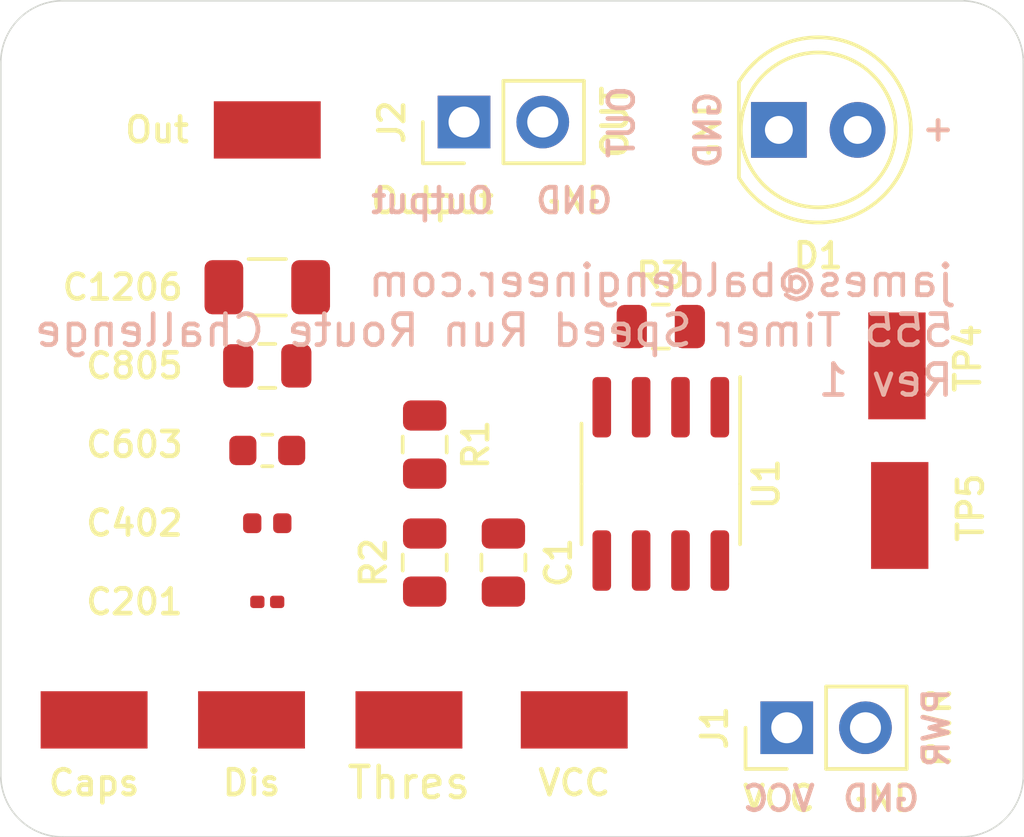
<source format=kicad_pcb>
(kicad_pcb (version 20171130) (host pcbnew "(5.1.6)-1")

  (general
    (thickness 1.6)
    (drawings 23)
    (tracks 0)
    (zones 0)
    (modules 20)
    (nets 9)
  )

  (page A4)
  (layers
    (0 F.Cu signal)
    (31 B.Cu signal)
    (32 B.Adhes user)
    (33 F.Adhes user)
    (34 B.Paste user hide)
    (35 F.Paste user hide)
    (36 B.SilkS user hide)
    (37 F.SilkS user)
    (38 B.Mask user hide)
    (39 F.Mask user hide)
    (40 Dwgs.User user)
    (41 Cmts.User user)
    (42 Eco1.User user)
    (43 Eco2.User user)
    (44 Edge.Cuts user)
    (45 Margin user)
    (46 B.CrtYd user)
    (47 F.CrtYd user hide)
    (48 B.Fab user)
    (49 F.Fab user hide)
  )

  (setup
    (last_trace_width 0.2032)
    (trace_clearance 0.1524)
    (zone_clearance 0.508)
    (zone_45_only no)
    (trace_min 0.2)
    (via_size 0.8)
    (via_drill 0.4)
    (via_min_size 0.4)
    (via_min_drill 0.3)
    (uvia_size 0.3)
    (uvia_drill 0.1)
    (uvias_allowed no)
    (uvia_min_size 0.2)
    (uvia_min_drill 0.1)
    (edge_width 0.05)
    (segment_width 0.2)
    (pcb_text_width 0.3)
    (pcb_text_size 1.5 1.5)
    (mod_edge_width 0.12)
    (mod_text_size 1 1)
    (mod_text_width 0.15)
    (pad_size 1.524 1.524)
    (pad_drill 0.762)
    (pad_to_mask_clearance 0.05)
    (solder_mask_min_width 0.01)
    (aux_axis_origin 0 0)
    (visible_elements 7FFFFFFF)
    (pcbplotparams
      (layerselection 0x010fc_ffffffff)
      (usegerberextensions false)
      (usegerberattributes true)
      (usegerberadvancedattributes true)
      (creategerberjobfile true)
      (excludeedgelayer true)
      (linewidth 0.100000)
      (plotframeref false)
      (viasonmask false)
      (mode 1)
      (useauxorigin false)
      (hpglpennumber 1)
      (hpglpenspeed 20)
      (hpglpendiameter 15.000000)
      (psnegative false)
      (psa4output false)
      (plotreference true)
      (plotvalue true)
      (plotinvisibletext false)
      (padsonsilk false)
      (subtractmaskfromsilk false)
      (outputformat 1)
      (mirror false)
      (drillshape 0)
      (scaleselection 1)
      (outputdirectory "C:/Users/balde/Dropbox/Projects/Element14/e14 Presents/05 - Workbench Wednesday/33 - Design with MLCCs/05 - Misc/555-Cap-Demo-Board/Gerber/"))
  )

  (net 0 "")
  (net 1 GND)
  (net 2 "Net-(C1-Pad1)")
  (net 3 "Net-(C1206-Pad1)")
  (net 4 VCC)
  (net 5 /Output)
  (net 6 "Net-(R1-Pad2)")
  (net 7 "Net-(TP7-Pad1)")
  (net 8 "Net-(D1-Pad2)")

  (net_class Default "This is the default net class."
    (clearance 0.1524)
    (trace_width 0.2032)
    (via_dia 0.8)
    (via_drill 0.4)
    (uvia_dia 0.3)
    (uvia_drill 0.1)
    (add_net /Output)
    (add_net GND)
    (add_net "Net-(C1-Pad1)")
    (add_net "Net-(C1206-Pad1)")
    (add_net "Net-(D1-Pad2)")
    (add_net "Net-(R1-Pad2)")
    (add_net "Net-(TP7-Pad1)")
    (add_net VCC)
  )

  (module "My Libraries:Harwin-S1751-46-Test Point" locked (layer F.Cu) (tedit 5F627A9D) (tstamp 5F62CBCE)
    (at 121.92 97.79 90)
    (path /5F663702)
    (fp_text reference TP4 (at 0.254 2.286 90) (layer F.SilkS)
      (effects (font (size 0.8 0.8) (thickness 0.15)))
    )
    (fp_text value TestGND (at 0 -1.778 90) (layer F.Fab)
      (effects (font (size 0.8 0.8) (thickness 0.15)))
    )
    (pad 1 smd rect (at 0 0 90) (size 3.45 1.85) (layers F.Cu F.Paste F.Mask)
      (net 1 GND))
  )

  (module "My Libraries:Harwin-S1751-46-Test Point" locked (layer F.Cu) (tedit 5F627A9D) (tstamp 5F62E74D)
    (at 106.172 109.22)
    (path /5F6863BA)
    (fp_text reference TP7 (at 0.254 2.286) (layer F.SilkS) hide
      (effects (font (size 1 1) (thickness 0.15)))
    )
    (fp_text value Thres (at 0 2.032) (layer F.SilkS)
      (effects (font (size 1 1) (thickness 0.15)))
    )
    (pad 1 smd rect (at 0 0) (size 3.45 1.85) (layers F.Cu F.Paste F.Mask)
      (net 7 "Net-(TP7-Pad1)"))
  )

  (module Package_SO:SOIC-8_3.9x4.9mm_P1.27mm locked (layer F.Cu) (tedit 5D9F72B1) (tstamp 5F62CE69)
    (at 114.3 101.6 270)
    (descr "SOIC, 8 Pin (JEDEC MS-012AA, https://www.analog.com/media/en/package-pcb-resources/package/pkg_pdf/soic_narrow-r/r_8.pdf), generated with kicad-footprint-generator ipc_gullwing_generator.py")
    (tags "SOIC SO")
    (path /5F62AA38)
    (attr smd)
    (fp_text reference U1 (at 0 -3.4 90) (layer F.SilkS)
      (effects (font (size 0.8 0.8) (thickness 0.15)))
    )
    (fp_text value bald_LM555xM (at 0 3.4 90) (layer F.Fab)
      (effects (font (size 0.8 0.8) (thickness 0.15)))
    )
    (fp_line (start 0 2.56) (end 1.95 2.56) (layer F.SilkS) (width 0.12))
    (fp_line (start 0 2.56) (end -1.95 2.56) (layer F.SilkS) (width 0.12))
    (fp_line (start 0 -2.56) (end 1.95 -2.56) (layer F.SilkS) (width 0.12))
    (fp_line (start 0 -2.56) (end -3.45 -2.56) (layer F.SilkS) (width 0.12))
    (fp_line (start -0.975 -2.45) (end 1.95 -2.45) (layer F.Fab) (width 0.1))
    (fp_line (start 1.95 -2.45) (end 1.95 2.45) (layer F.Fab) (width 0.1))
    (fp_line (start 1.95 2.45) (end -1.95 2.45) (layer F.Fab) (width 0.1))
    (fp_line (start -1.95 2.45) (end -1.95 -1.475) (layer F.Fab) (width 0.1))
    (fp_line (start -1.95 -1.475) (end -0.975 -2.45) (layer F.Fab) (width 0.1))
    (fp_line (start -3.7 -2.7) (end -3.7 2.7) (layer F.CrtYd) (width 0.05))
    (fp_line (start -3.7 2.7) (end 3.7 2.7) (layer F.CrtYd) (width 0.05))
    (fp_line (start 3.7 2.7) (end 3.7 -2.7) (layer F.CrtYd) (width 0.05))
    (fp_line (start 3.7 -2.7) (end -3.7 -2.7) (layer F.CrtYd) (width 0.05))
    (fp_text user %R (at 0 0 90) (layer F.Fab)
      (effects (font (size 0.8 0.8) (thickness 0.15)))
    )
    (pad 8 smd roundrect (at 2.475 -1.905 270) (size 1.95 0.6) (layers F.Cu F.Paste F.Mask) (roundrect_rratio 0.25)
      (net 4 VCC))
    (pad 7 smd roundrect (at 2.475 -0.635 270) (size 1.95 0.6) (layers F.Cu F.Paste F.Mask) (roundrect_rratio 0.25)
      (net 6 "Net-(R1-Pad2)"))
    (pad 6 smd roundrect (at 2.475 0.635 270) (size 1.95 0.6) (layers F.Cu F.Paste F.Mask) (roundrect_rratio 0.25)
      (net 7 "Net-(TP7-Pad1)"))
    (pad 5 smd roundrect (at 2.475 1.905 270) (size 1.95 0.6) (layers F.Cu F.Paste F.Mask) (roundrect_rratio 0.25)
      (net 2 "Net-(C1-Pad1)"))
    (pad 4 smd roundrect (at -2.475 1.905 270) (size 1.95 0.6) (layers F.Cu F.Paste F.Mask) (roundrect_rratio 0.25)
      (net 4 VCC))
    (pad 3 smd roundrect (at -2.475 0.635 270) (size 1.95 0.6) (layers F.Cu F.Paste F.Mask) (roundrect_rratio 0.25)
      (net 5 /Output))
    (pad 2 smd roundrect (at -2.475 -0.635 270) (size 1.95 0.6) (layers F.Cu F.Paste F.Mask) (roundrect_rratio 0.25)
      (net 7 "Net-(TP7-Pad1)"))
    (pad 1 smd roundrect (at -2.475 -1.905 270) (size 1.95 0.6) (layers F.Cu F.Paste F.Mask) (roundrect_rratio 0.25)
      (net 1 GND))
    (model ${KISYS3DMOD}/Package_SO.3dshapes/SOIC-8_3.9x4.9mm_P1.27mm.wrl
      (at (xyz 0 0 0))
      (scale (xyz 1 1 1))
      (rotate (xyz 0 0 0))
    )
  )

  (module "My Libraries:Harwin-S1751-46-Test Point" locked (layer F.Cu) (tedit 5F627A9D) (tstamp 5F62E31C)
    (at 111.506 109.22)
    (path /5F66A8EE)
    (fp_text reference TP6 (at 3.81 0) (layer F.SilkS) hide
      (effects (font (size 0.8 0.8) (thickness 0.15)))
    )
    (fp_text value VCC (at 0 2.032) (layer F.SilkS)
      (effects (font (size 0.8 0.8) (thickness 0.15)))
    )
    (pad 1 smd rect (at 0 0) (size 3.45 1.85) (layers F.Cu F.Paste F.Mask)
      (net 4 VCC))
  )

  (module "My Libraries:Harwin-S1751-46-Test Point" locked (layer F.Cu) (tedit 5F627A9D) (tstamp 5F62CBD3)
    (at 122.009999 102.620002 90)
    (path /5F662B13)
    (fp_text reference TP5 (at 0.254 2.286 90) (layer F.SilkS)
      (effects (font (size 0.8 0.8) (thickness 0.15)))
    )
    (fp_text value TestGND (at 0 -1.778 90) (layer F.Fab)
      (effects (font (size 0.8 0.8) (thickness 0.15)))
    )
    (pad 1 smd rect (at 0 0 90) (size 3.45 1.85) (layers F.Cu F.Paste F.Mask)
      (net 1 GND))
  )

  (module "My Libraries:Harwin-S1751-46-Test Point" locked (layer F.Cu) (tedit 5F627A9D) (tstamp 5F62CBC9)
    (at 96.012 109.22)
    (path /5F65C257)
    (fp_text reference TP3 (at 0.254 2.286) (layer F.SilkS) hide
      (effects (font (size 0.8 0.8) (thickness 0.15)))
    )
    (fp_text value Caps (at 0 2.032) (layer F.SilkS)
      (effects (font (size 0.8 0.8) (thickness 0.15)))
    )
    (pad 1 smd rect (at 0 0) (size 3.45 1.85) (layers F.Cu F.Paste F.Mask)
      (net 3 "Net-(C1206-Pad1)"))
  )

  (module "My Libraries:Harwin-S1751-46-Test Point" locked (layer F.Cu) (tedit 5F627A9D) (tstamp 5F62CBC4)
    (at 101.092 109.22)
    (path /5F65DECE)
    (fp_text reference TP2 (at 0.254 2.286) (layer F.SilkS) hide
      (effects (font (size 0.8 0.8) (thickness 0.15)))
    )
    (fp_text value Dis (at 0 2.032) (layer F.SilkS)
      (effects (font (size 0.8 0.8) (thickness 0.15)))
    )
    (pad 1 smd rect (at 0 0) (size 3.45 1.85) (layers F.Cu F.Paste F.Mask)
      (net 6 "Net-(R1-Pad2)"))
  )

  (module "My Libraries:Harwin-S1751-46-Test Point" locked (layer F.Cu) (tedit 5F627A9D) (tstamp 5F62CBBF)
    (at 101.6 90.17)
    (path /5F660E4B)
    (fp_text reference TP1 (at 0.254 2.286) (layer F.SilkS) hide
      (effects (font (size 0.8 0.8) (thickness 0.15)))
    )
    (fp_text value Out (at -3.556 0) (layer F.SilkS)
      (effects (font (size 0.8 0.8) (thickness 0.15)))
    )
    (pad 1 smd rect (at 0 0) (size 3.45 1.85) (layers F.Cu F.Paste F.Mask)
      (net 5 /Output))
  )

  (module Resistor_SMD:R_0805_2012Metric locked (layer F.Cu) (tedit 5B36C52B) (tstamp 5F62CBBA)
    (at 114.3 96.52)
    (descr "Resistor SMD 0805 (2012 Metric), square (rectangular) end terminal, IPC_7351 nominal, (Body size source: https://docs.google.com/spreadsheets/d/1BsfQQcO9C6DZCsRaXUlFlo91Tg2WpOkGARC1WS5S8t0/edit?usp=sharing), generated with kicad-footprint-generator")
    (tags resistor)
    (path /5F66C4D5)
    (attr smd)
    (fp_text reference R3 (at 0 -1.65) (layer F.SilkS)
      (effects (font (size 0.8 0.8) (thickness 0.15)))
    )
    (fp_text value 330 (at 0 1.65) (layer F.Fab)
      (effects (font (size 0.8 0.8) (thickness 0.15)))
    )
    (fp_line (start -1 0.6) (end -1 -0.6) (layer F.Fab) (width 0.1))
    (fp_line (start -1 -0.6) (end 1 -0.6) (layer F.Fab) (width 0.1))
    (fp_line (start 1 -0.6) (end 1 0.6) (layer F.Fab) (width 0.1))
    (fp_line (start 1 0.6) (end -1 0.6) (layer F.Fab) (width 0.1))
    (fp_line (start -0.258578 -0.71) (end 0.258578 -0.71) (layer F.SilkS) (width 0.12))
    (fp_line (start -0.258578 0.71) (end 0.258578 0.71) (layer F.SilkS) (width 0.12))
    (fp_line (start -1.68 0.95) (end -1.68 -0.95) (layer F.CrtYd) (width 0.05))
    (fp_line (start -1.68 -0.95) (end 1.68 -0.95) (layer F.CrtYd) (width 0.05))
    (fp_line (start 1.68 -0.95) (end 1.68 0.95) (layer F.CrtYd) (width 0.05))
    (fp_line (start 1.68 0.95) (end -1.68 0.95) (layer F.CrtYd) (width 0.05))
    (fp_text user %R (at 0 0) (layer F.Fab)
      (effects (font (size 0.8 0.8) (thickness 0.15)))
    )
    (pad 2 smd roundrect (at 0.9375 0) (size 0.975 1.4) (layers F.Cu F.Paste F.Mask) (roundrect_rratio 0.25)
      (net 8 "Net-(D1-Pad2)"))
    (pad 1 smd roundrect (at -0.9375 0) (size 0.975 1.4) (layers F.Cu F.Paste F.Mask) (roundrect_rratio 0.25)
      (net 5 /Output))
    (model ${KISYS3DMOD}/Resistor_SMD.3dshapes/R_0805_2012Metric.wrl
      (at (xyz 0 0 0))
      (scale (xyz 1 1 1))
      (rotate (xyz 0 0 0))
    )
  )

  (module Resistor_SMD:R_0805_2012Metric locked (layer F.Cu) (tedit 5B36C52B) (tstamp 5F62CBA9)
    (at 106.68 104.14 90)
    (descr "Resistor SMD 0805 (2012 Metric), square (rectangular) end terminal, IPC_7351 nominal, (Body size source: https://docs.google.com/spreadsheets/d/1BsfQQcO9C6DZCsRaXUlFlo91Tg2WpOkGARC1WS5S8t0/edit?usp=sharing), generated with kicad-footprint-generator")
    (tags resistor)
    (path /5F62E223)
    (attr smd)
    (fp_text reference R2 (at 0 -1.65 90) (layer F.SilkS)
      (effects (font (size 0.8 0.8) (thickness 0.15)))
    )
    (fp_text value R_Small (at 0 1.65 90) (layer F.Fab)
      (effects (font (size 0.8 0.8) (thickness 0.15)))
    )
    (fp_line (start -1 0.6) (end -1 -0.6) (layer F.Fab) (width 0.1))
    (fp_line (start -1 -0.6) (end 1 -0.6) (layer F.Fab) (width 0.1))
    (fp_line (start 1 -0.6) (end 1 0.6) (layer F.Fab) (width 0.1))
    (fp_line (start 1 0.6) (end -1 0.6) (layer F.Fab) (width 0.1))
    (fp_line (start -0.258578 -0.71) (end 0.258578 -0.71) (layer F.SilkS) (width 0.12))
    (fp_line (start -0.258578 0.71) (end 0.258578 0.71) (layer F.SilkS) (width 0.12))
    (fp_line (start -1.68 0.95) (end -1.68 -0.95) (layer F.CrtYd) (width 0.05))
    (fp_line (start -1.68 -0.95) (end 1.68 -0.95) (layer F.CrtYd) (width 0.05))
    (fp_line (start 1.68 -0.95) (end 1.68 0.95) (layer F.CrtYd) (width 0.05))
    (fp_line (start 1.68 0.95) (end -1.68 0.95) (layer F.CrtYd) (width 0.05))
    (fp_text user %R (at 0 0 90) (layer F.Fab)
      (effects (font (size 0.8 0.8) (thickness 0.15)))
    )
    (pad 2 smd roundrect (at 0.9375 0 90) (size 0.975 1.4) (layers F.Cu F.Paste F.Mask) (roundrect_rratio 0.25)
      (net 3 "Net-(C1206-Pad1)"))
    (pad 1 smd roundrect (at -0.9375 0 90) (size 0.975 1.4) (layers F.Cu F.Paste F.Mask) (roundrect_rratio 0.25)
      (net 6 "Net-(R1-Pad2)"))
    (model ${KISYS3DMOD}/Resistor_SMD.3dshapes/R_0805_2012Metric.wrl
      (at (xyz 0 0 0))
      (scale (xyz 1 1 1))
      (rotate (xyz 0 0 0))
    )
  )

  (module Resistor_SMD:R_0805_2012Metric locked (layer F.Cu) (tedit 5B36C52B) (tstamp 5F62CB98)
    (at 106.68 100.33 270)
    (descr "Resistor SMD 0805 (2012 Metric), square (rectangular) end terminal, IPC_7351 nominal, (Body size source: https://docs.google.com/spreadsheets/d/1BsfQQcO9C6DZCsRaXUlFlo91Tg2WpOkGARC1WS5S8t0/edit?usp=sharing), generated with kicad-footprint-generator")
    (tags resistor)
    (path /5F62E2C4)
    (attr smd)
    (fp_text reference R1 (at 0 -1.65 90) (layer F.SilkS)
      (effects (font (size 0.8 0.8) (thickness 0.15)))
    )
    (fp_text value R_Small (at 0 1.65 90) (layer F.Fab)
      (effects (font (size 0.8 0.8) (thickness 0.15)))
    )
    (fp_line (start -1 0.6) (end -1 -0.6) (layer F.Fab) (width 0.1))
    (fp_line (start -1 -0.6) (end 1 -0.6) (layer F.Fab) (width 0.1))
    (fp_line (start 1 -0.6) (end 1 0.6) (layer F.Fab) (width 0.1))
    (fp_line (start 1 0.6) (end -1 0.6) (layer F.Fab) (width 0.1))
    (fp_line (start -0.258578 -0.71) (end 0.258578 -0.71) (layer F.SilkS) (width 0.12))
    (fp_line (start -0.258578 0.71) (end 0.258578 0.71) (layer F.SilkS) (width 0.12))
    (fp_line (start -1.68 0.95) (end -1.68 -0.95) (layer F.CrtYd) (width 0.05))
    (fp_line (start -1.68 -0.95) (end 1.68 -0.95) (layer F.CrtYd) (width 0.05))
    (fp_line (start 1.68 -0.95) (end 1.68 0.95) (layer F.CrtYd) (width 0.05))
    (fp_line (start 1.68 0.95) (end -1.68 0.95) (layer F.CrtYd) (width 0.05))
    (fp_text user %R (at 0 0 90) (layer F.Fab)
      (effects (font (size 0.8 0.8) (thickness 0.15)))
    )
    (pad 2 smd roundrect (at 0.9375 0 270) (size 0.975 1.4) (layers F.Cu F.Paste F.Mask) (roundrect_rratio 0.25)
      (net 6 "Net-(R1-Pad2)"))
    (pad 1 smd roundrect (at -0.9375 0 270) (size 0.975 1.4) (layers F.Cu F.Paste F.Mask) (roundrect_rratio 0.25)
      (net 4 VCC))
    (model ${KISYS3DMOD}/Resistor_SMD.3dshapes/R_0805_2012Metric.wrl
      (at (xyz 0 0 0))
      (scale (xyz 1 1 1))
      (rotate (xyz 0 0 0))
    )
  )

  (module Connector_PinHeader_2.54mm:PinHeader_1x02_P2.54mm_Vertical locked (layer F.Cu) (tedit 59FED5CC) (tstamp 5F62F0B2)
    (at 107.95 89.916 90)
    (descr "Through hole straight pin header, 1x02, 2.54mm pitch, single row")
    (tags "Through hole pin header THT 1x02 2.54mm single row")
    (path /5F657FDE)
    (fp_text reference J2 (at 0 -2.33 90) (layer F.SilkS)
      (effects (font (size 0.8 0.8) (thickness 0.15)))
    )
    (fp_text value OUT (at 0 4.87 90) (layer F.SilkS)
      (effects (font (size 0.8 0.8) (thickness 0.15)))
    )
    (fp_line (start -0.635 -1.27) (end 1.27 -1.27) (layer F.Fab) (width 0.1))
    (fp_line (start 1.27 -1.27) (end 1.27 3.81) (layer F.Fab) (width 0.1))
    (fp_line (start 1.27 3.81) (end -1.27 3.81) (layer F.Fab) (width 0.1))
    (fp_line (start -1.27 3.81) (end -1.27 -0.635) (layer F.Fab) (width 0.1))
    (fp_line (start -1.27 -0.635) (end -0.635 -1.27) (layer F.Fab) (width 0.1))
    (fp_line (start -1.33 3.87) (end 1.33 3.87) (layer F.SilkS) (width 0.12))
    (fp_line (start -1.33 1.27) (end -1.33 3.87) (layer F.SilkS) (width 0.12))
    (fp_line (start 1.33 1.27) (end 1.33 3.87) (layer F.SilkS) (width 0.12))
    (fp_line (start -1.33 1.27) (end 1.33 1.27) (layer F.SilkS) (width 0.12))
    (fp_line (start -1.33 0) (end -1.33 -1.33) (layer F.SilkS) (width 0.12))
    (fp_line (start -1.33 -1.33) (end 0 -1.33) (layer F.SilkS) (width 0.12))
    (fp_line (start -1.8 -1.8) (end -1.8 4.35) (layer F.CrtYd) (width 0.05))
    (fp_line (start -1.8 4.35) (end 1.8 4.35) (layer F.CrtYd) (width 0.05))
    (fp_line (start 1.8 4.35) (end 1.8 -1.8) (layer F.CrtYd) (width 0.05))
    (fp_line (start 1.8 -1.8) (end -1.8 -1.8) (layer F.CrtYd) (width 0.05))
    (fp_text user %R (at 0 1.27) (layer F.Fab)
      (effects (font (size 0.8 0.8) (thickness 0.15)))
    )
    (pad 2 thru_hole oval (at 0 2.54 90) (size 1.7 1.7) (drill 1) (layers *.Cu *.Mask)
      (net 1 GND))
    (pad 1 thru_hole rect (at 0 0 90) (size 1.7 1.7) (drill 1) (layers *.Cu *.Mask)
      (net 5 /Output))
    (model ${KISYS3DMOD}/Connector_PinHeader_2.54mm.3dshapes/PinHeader_1x02_P2.54mm_Vertical.wrl
      (at (xyz 0 0 0))
      (scale (xyz 1 1 1))
      (rotate (xyz 0 0 0))
    )
  )

  (module Connector_PinHeader_2.54mm:PinHeader_1x02_P2.54mm_Vertical locked (layer F.Cu) (tedit 59FED5CC) (tstamp 5F62E1F9)
    (at 118.364 109.474 90)
    (descr "Through hole straight pin header, 1x02, 2.54mm pitch, single row")
    (tags "Through hole pin header THT 1x02 2.54mm single row")
    (path /5F64E285)
    (fp_text reference J1 (at 0 -2.33 90) (layer F.SilkS)
      (effects (font (size 0.8 0.8) (thickness 0.15)))
    )
    (fp_text value PWR (at 0 4.87 90) (layer F.SilkS)
      (effects (font (size 0.8 0.8) (thickness 0.15)))
    )
    (fp_line (start -0.635 -1.27) (end 1.27 -1.27) (layer F.Fab) (width 0.1))
    (fp_line (start 1.27 -1.27) (end 1.27 3.81) (layer F.Fab) (width 0.1))
    (fp_line (start 1.27 3.81) (end -1.27 3.81) (layer F.Fab) (width 0.1))
    (fp_line (start -1.27 3.81) (end -1.27 -0.635) (layer F.Fab) (width 0.1))
    (fp_line (start -1.27 -0.635) (end -0.635 -1.27) (layer F.Fab) (width 0.1))
    (fp_line (start -1.33 3.87) (end 1.33 3.87) (layer F.SilkS) (width 0.12))
    (fp_line (start -1.33 1.27) (end -1.33 3.87) (layer F.SilkS) (width 0.12))
    (fp_line (start 1.33 1.27) (end 1.33 3.87) (layer F.SilkS) (width 0.12))
    (fp_line (start -1.33 1.27) (end 1.33 1.27) (layer F.SilkS) (width 0.12))
    (fp_line (start -1.33 0) (end -1.33 -1.33) (layer F.SilkS) (width 0.12))
    (fp_line (start -1.33 -1.33) (end 0 -1.33) (layer F.SilkS) (width 0.12))
    (fp_line (start -1.8 -1.8) (end -1.8 4.35) (layer F.CrtYd) (width 0.05))
    (fp_line (start -1.8 4.35) (end 1.8 4.35) (layer F.CrtYd) (width 0.05))
    (fp_line (start 1.8 4.35) (end 1.8 -1.8) (layer F.CrtYd) (width 0.05))
    (fp_line (start 1.8 -1.8) (end -1.8 -1.8) (layer F.CrtYd) (width 0.05))
    (fp_text user %R (at 0 1.27) (layer F.Fab)
      (effects (font (size 0.8 0.8) (thickness 0.15)))
    )
    (pad 2 thru_hole oval (at 0 2.54 90) (size 1.7 1.7) (drill 1) (layers *.Cu *.Mask)
      (net 1 GND))
    (pad 1 thru_hole rect (at 0 0 90) (size 1.7 1.7) (drill 1) (layers *.Cu *.Mask)
      (net 4 VCC))
    (model ${KISYS3DMOD}/Connector_PinHeader_2.54mm.3dshapes/PinHeader_1x02_P2.54mm_Vertical.wrl
      (at (xyz 0 0 0))
      (scale (xyz 1 1 1))
      (rotate (xyz 0 0 0))
    )
  )

  (module LED_THT:LED_D5.0mm locked (layer F.Cu) (tedit 5995936A) (tstamp 5F62CB5B)
    (at 118.11 90.17)
    (descr "LED, diameter 5.0mm, 2 pins, http://cdn-reichelt.de/documents/datenblatt/A500/LL-504BC2E-009.pdf")
    (tags "LED diameter 5.0mm 2 pins")
    (path /5F66E30A)
    (fp_text reference D1 (at 1.27 4.064) (layer F.SilkS)
      (effects (font (size 0.8 0.8) (thickness 0.15)))
    )
    (fp_text value LED_Small (at 1.27 3.96) (layer F.Fab)
      (effects (font (size 0.8 0.8) (thickness 0.15)))
    )
    (fp_circle (center 1.27 0) (end 3.77 0) (layer F.Fab) (width 0.1))
    (fp_circle (center 1.27 0) (end 3.77 0) (layer F.SilkS) (width 0.12))
    (fp_line (start -1.23 -1.469694) (end -1.23 1.469694) (layer F.Fab) (width 0.1))
    (fp_line (start -1.29 -1.545) (end -1.29 1.545) (layer F.SilkS) (width 0.12))
    (fp_line (start -1.95 -3.25) (end -1.95 3.25) (layer F.CrtYd) (width 0.05))
    (fp_line (start -1.95 3.25) (end 4.5 3.25) (layer F.CrtYd) (width 0.05))
    (fp_line (start 4.5 3.25) (end 4.5 -3.25) (layer F.CrtYd) (width 0.05))
    (fp_line (start 4.5 -3.25) (end -1.95 -3.25) (layer F.CrtYd) (width 0.05))
    (fp_text user %R (at 1.25 0) (layer F.Fab)
      (effects (font (size 0.8 0.8) (thickness 0.15)))
    )
    (fp_arc (start 1.27 0) (end -1.29 1.54483) (angle -148.9) (layer F.SilkS) (width 0.12))
    (fp_arc (start 1.27 0) (end -1.29 -1.54483) (angle 148.9) (layer F.SilkS) (width 0.12))
    (fp_arc (start 1.27 0) (end -1.23 -1.469694) (angle 299.1) (layer F.Fab) (width 0.1))
    (pad 2 thru_hole circle (at 2.54 0) (size 1.8 1.8) (drill 0.9) (layers *.Cu *.Mask)
      (net 8 "Net-(D1-Pad2)"))
    (pad 1 thru_hole rect (at 0 0) (size 1.8 1.8) (drill 0.9) (layers *.Cu *.Mask)
      (net 1 GND))
    (model ${KISYS3DMOD}/LED_THT.3dshapes/LED_D5.0mm.wrl
      (at (xyz 0 0 0))
      (scale (xyz 1 1 1))
      (rotate (xyz 0 0 0))
    )
  )

  (module Capacitor_SMD:C_1206_3216Metric locked (layer F.Cu) (tedit 5B301BBE) (tstamp 5F62DFB4)
    (at 101.6 95.25)
    (descr "Capacitor SMD 1206 (3216 Metric), square (rectangular) end terminal, IPC_7351 nominal, (Body size source: http://www.tortai-tech.com/upload/download/2011102023233369053.pdf), generated with kicad-footprint-generator")
    (tags capacitor)
    (path /5F62E9AD)
    (attr smd)
    (fp_text reference C1206 (at -4.667144 0) (layer F.SilkS)
      (effects (font (size 0.8 0.8) (thickness 0.15)))
    )
    (fp_text value C_Small (at 0 1.82) (layer F.Fab)
      (effects (font (size 0.8 0.8) (thickness 0.15)))
    )
    (fp_line (start -1.6 0.8) (end -1.6 -0.8) (layer F.Fab) (width 0.1))
    (fp_line (start -1.6 -0.8) (end 1.6 -0.8) (layer F.Fab) (width 0.1))
    (fp_line (start 1.6 -0.8) (end 1.6 0.8) (layer F.Fab) (width 0.1))
    (fp_line (start 1.6 0.8) (end -1.6 0.8) (layer F.Fab) (width 0.1))
    (fp_line (start -0.602064 -0.91) (end 0.602064 -0.91) (layer F.SilkS) (width 0.12))
    (fp_line (start -0.602064 0.91) (end 0.602064 0.91) (layer F.SilkS) (width 0.12))
    (fp_line (start -2.28 1.12) (end -2.28 -1.12) (layer F.CrtYd) (width 0.05))
    (fp_line (start -2.28 -1.12) (end 2.28 -1.12) (layer F.CrtYd) (width 0.05))
    (fp_line (start 2.28 -1.12) (end 2.28 1.12) (layer F.CrtYd) (width 0.05))
    (fp_line (start 2.28 1.12) (end -2.28 1.12) (layer F.CrtYd) (width 0.05))
    (fp_text user %R (at 0 0) (layer F.Fab)
      (effects (font (size 0.8 0.8) (thickness 0.15)))
    )
    (pad 2 smd roundrect (at 1.4 0) (size 1.25 1.75) (layers F.Cu F.Paste F.Mask) (roundrect_rratio 0.2)
      (net 1 GND))
    (pad 1 smd roundrect (at -1.4 0) (size 1.25 1.75) (layers F.Cu F.Paste F.Mask) (roundrect_rratio 0.2)
      (net 3 "Net-(C1206-Pad1)"))
    (model ${KISYS3DMOD}/Capacitor_SMD.3dshapes/C_1206_3216Metric.wrl
      (at (xyz 0 0 0))
      (scale (xyz 1 1 1))
      (rotate (xyz 0 0 0))
    )
  )

  (module Capacitor_SMD:C_0805_2012Metric locked (layer F.Cu) (tedit 5B36C52B) (tstamp 5F62DFE4)
    (at 101.6 97.79)
    (descr "Capacitor SMD 0805 (2012 Metric), square (rectangular) end terminal, IPC_7351 nominal, (Body size source: https://docs.google.com/spreadsheets/d/1BsfQQcO9C6DZCsRaXUlFlo91Tg2WpOkGARC1WS5S8t0/edit?usp=sharing), generated with kicad-footprint-generator")
    (tags capacitor)
    (path /5F630E30)
    (attr smd)
    (fp_text reference C805 (at -4.286191 0) (layer F.SilkS)
      (effects (font (size 0.8 0.8) (thickness 0.15)))
    )
    (fp_text value C_Small (at 0 1.65) (layer F.Fab)
      (effects (font (size 0.8 0.8) (thickness 0.15)))
    )
    (fp_line (start -1 0.6) (end -1 -0.6) (layer F.Fab) (width 0.1))
    (fp_line (start -1 -0.6) (end 1 -0.6) (layer F.Fab) (width 0.1))
    (fp_line (start 1 -0.6) (end 1 0.6) (layer F.Fab) (width 0.1))
    (fp_line (start 1 0.6) (end -1 0.6) (layer F.Fab) (width 0.1))
    (fp_line (start -0.258578 -0.71) (end 0.258578 -0.71) (layer F.SilkS) (width 0.12))
    (fp_line (start -0.258578 0.71) (end 0.258578 0.71) (layer F.SilkS) (width 0.12))
    (fp_line (start -1.68 0.95) (end -1.68 -0.95) (layer F.CrtYd) (width 0.05))
    (fp_line (start -1.68 -0.95) (end 1.68 -0.95) (layer F.CrtYd) (width 0.05))
    (fp_line (start 1.68 -0.95) (end 1.68 0.95) (layer F.CrtYd) (width 0.05))
    (fp_line (start 1.68 0.95) (end -1.68 0.95) (layer F.CrtYd) (width 0.05))
    (fp_text user %R (at 0 0) (layer F.Fab)
      (effects (font (size 0.8 0.8) (thickness 0.15)))
    )
    (pad 2 smd roundrect (at 0.9375 0) (size 0.975 1.4) (layers F.Cu F.Paste F.Mask) (roundrect_rratio 0.25)
      (net 1 GND))
    (pad 1 smd roundrect (at -0.9375 0) (size 0.975 1.4) (layers F.Cu F.Paste F.Mask) (roundrect_rratio 0.25)
      (net 3 "Net-(C1206-Pad1)"))
    (model ${KISYS3DMOD}/Capacitor_SMD.3dshapes/C_0805_2012Metric.wrl
      (at (xyz 0 0 0))
      (scale (xyz 1 1 1))
      (rotate (xyz 0 0 0))
    )
  )

  (module Capacitor_SMD:C_0603_1608Metric locked (layer F.Cu) (tedit 5B301BBE) (tstamp 5F62E014)
    (at 101.6 100.52)
    (descr "Capacitor SMD 0603 (1608 Metric), square (rectangular) end terminal, IPC_7351 nominal, (Body size source: http://www.tortai-tech.com/upload/download/2011102023233369053.pdf), generated with kicad-footprint-generator")
    (tags capacitor)
    (path /5F631E55)
    (attr smd)
    (fp_text reference C603 (at -4.286191 -0.19) (layer F.SilkS)
      (effects (font (size 0.8 0.8) (thickness 0.15)))
    )
    (fp_text value C_Small (at 0 1.43) (layer F.Fab)
      (effects (font (size 0.8 0.8) (thickness 0.15)))
    )
    (fp_line (start -0.8 0.4) (end -0.8 -0.4) (layer F.Fab) (width 0.1))
    (fp_line (start -0.8 -0.4) (end 0.8 -0.4) (layer F.Fab) (width 0.1))
    (fp_line (start 0.8 -0.4) (end 0.8 0.4) (layer F.Fab) (width 0.1))
    (fp_line (start 0.8 0.4) (end -0.8 0.4) (layer F.Fab) (width 0.1))
    (fp_line (start -0.162779 -0.51) (end 0.162779 -0.51) (layer F.SilkS) (width 0.12))
    (fp_line (start -0.162779 0.51) (end 0.162779 0.51) (layer F.SilkS) (width 0.12))
    (fp_line (start -1.48 0.73) (end -1.48 -0.73) (layer F.CrtYd) (width 0.05))
    (fp_line (start -1.48 -0.73) (end 1.48 -0.73) (layer F.CrtYd) (width 0.05))
    (fp_line (start 1.48 -0.73) (end 1.48 0.73) (layer F.CrtYd) (width 0.05))
    (fp_line (start 1.48 0.73) (end -1.48 0.73) (layer F.CrtYd) (width 0.05))
    (fp_text user %R (at 0 0) (layer F.Fab)
      (effects (font (size 0.8 0.8) (thickness 0.15)))
    )
    (pad 2 smd roundrect (at 0.7875 0) (size 0.875 0.95) (layers F.Cu F.Paste F.Mask) (roundrect_rratio 0.25)
      (net 1 GND))
    (pad 1 smd roundrect (at -0.7875 0) (size 0.875 0.95) (layers F.Cu F.Paste F.Mask) (roundrect_rratio 0.25)
      (net 3 "Net-(C1206-Pad1)"))
    (model ${KISYS3DMOD}/Capacitor_SMD.3dshapes/C_0603_1608Metric.wrl
      (at (xyz 0 0 0))
      (scale (xyz 1 1 1))
      (rotate (xyz 0 0 0))
    )
  )

  (module Capacitor_SMD:C_0402_1005Metric locked (layer F.Cu) (tedit 5B301BBE) (tstamp 5F62DF88)
    (at 101.6 102.87)
    (descr "Capacitor SMD 0402 (1005 Metric), square (rectangular) end terminal, IPC_7351 nominal, (Body size source: http://www.tortai-tech.com/upload/download/2011102023233369053.pdf), generated with kicad-footprint-generator")
    (tags capacitor)
    (path /5F6326BA)
    (attr smd)
    (fp_text reference C402 (at -4.286191 0) (layer F.SilkS)
      (effects (font (size 0.8 0.8) (thickness 0.15)))
    )
    (fp_text value C_Small (at 0 1.17) (layer F.Fab)
      (effects (font (size 0.8 0.8) (thickness 0.15)))
    )
    (fp_line (start -0.5 0.25) (end -0.5 -0.25) (layer F.Fab) (width 0.1))
    (fp_line (start -0.5 -0.25) (end 0.5 -0.25) (layer F.Fab) (width 0.1))
    (fp_line (start 0.5 -0.25) (end 0.5 0.25) (layer F.Fab) (width 0.1))
    (fp_line (start 0.5 0.25) (end -0.5 0.25) (layer F.Fab) (width 0.1))
    (fp_line (start -0.93 0.47) (end -0.93 -0.47) (layer F.CrtYd) (width 0.05))
    (fp_line (start -0.93 -0.47) (end 0.93 -0.47) (layer F.CrtYd) (width 0.05))
    (fp_line (start 0.93 -0.47) (end 0.93 0.47) (layer F.CrtYd) (width 0.05))
    (fp_line (start 0.93 0.47) (end -0.93 0.47) (layer F.CrtYd) (width 0.05))
    (fp_text user %R (at 0 0) (layer F.Fab)
      (effects (font (size 0.8 0.8) (thickness 0.15)))
    )
    (pad 2 smd roundrect (at 0.485 0) (size 0.59 0.64) (layers F.Cu F.Paste F.Mask) (roundrect_rratio 0.25)
      (net 1 GND))
    (pad 1 smd roundrect (at -0.485 0) (size 0.59 0.64) (layers F.Cu F.Paste F.Mask) (roundrect_rratio 0.25)
      (net 3 "Net-(C1206-Pad1)"))
    (model ${KISYS3DMOD}/Capacitor_SMD.3dshapes/C_0402_1005Metric.wrl
      (at (xyz 0 0 0))
      (scale (xyz 1 1 1))
      (rotate (xyz 0 0 0))
    )
  )

  (module Capacitor_SMD:C_0201_0603Metric locked (layer F.Cu) (tedit 5B301BBE) (tstamp 5F62E044)
    (at 101.6 105.41)
    (descr "Capacitor SMD 0201 (0603 Metric), square (rectangular) end terminal, IPC_7351 nominal, (Body size source: https://www.vishay.com/docs/20052/crcw0201e3.pdf), generated with kicad-footprint-generator")
    (tags capacitor)
    (path /5F632C30)
    (attr smd)
    (fp_text reference C201 (at -4.286191 0) (layer F.SilkS)
      (effects (font (size 0.8 0.8) (thickness 0.15)))
    )
    (fp_text value C_Small (at 0 1.05) (layer F.Fab)
      (effects (font (size 0.8 0.8) (thickness 0.15)))
    )
    (fp_line (start -0.3 0.15) (end -0.3 -0.15) (layer F.Fab) (width 0.1))
    (fp_line (start -0.3 -0.15) (end 0.3 -0.15) (layer F.Fab) (width 0.1))
    (fp_line (start 0.3 -0.15) (end 0.3 0.15) (layer F.Fab) (width 0.1))
    (fp_line (start 0.3 0.15) (end -0.3 0.15) (layer F.Fab) (width 0.1))
    (fp_line (start -0.7 0.35) (end -0.7 -0.35) (layer F.CrtYd) (width 0.05))
    (fp_line (start -0.7 -0.35) (end 0.7 -0.35) (layer F.CrtYd) (width 0.05))
    (fp_line (start 0.7 -0.35) (end 0.7 0.35) (layer F.CrtYd) (width 0.05))
    (fp_line (start 0.7 0.35) (end -0.7 0.35) (layer F.CrtYd) (width 0.05))
    (fp_text user %R (at 0 -0.68) (layer F.Fab)
      (effects (font (size 0.8 0.8) (thickness 0.15)))
    )
    (pad 2 smd roundrect (at 0.32 0) (size 0.46 0.4) (layers F.Cu F.Mask) (roundrect_rratio 0.25)
      (net 1 GND))
    (pad 1 smd roundrect (at -0.32 0) (size 0.46 0.4) (layers F.Cu F.Mask) (roundrect_rratio 0.25)
      (net 3 "Net-(C1206-Pad1)"))
    (pad "" smd roundrect (at 0.345 0) (size 0.318 0.36) (layers F.Paste) (roundrect_rratio 0.25))
    (pad "" smd roundrect (at -0.345 0) (size 0.318 0.36) (layers F.Paste) (roundrect_rratio 0.25))
    (model ${KISYS3DMOD}/Capacitor_SMD.3dshapes/C_0201_0603Metric.wrl
      (at (xyz 0 0 0))
      (scale (xyz 1 1 1))
      (rotate (xyz 0 0 0))
    )
  )

  (module Capacitor_SMD:C_0805_2012Metric locked (layer F.Cu) (tedit 5B36C52B) (tstamp 5F62CAF6)
    (at 109.22 104.14 270)
    (descr "Capacitor SMD 0805 (2012 Metric), square (rectangular) end terminal, IPC_7351 nominal, (Body size source: https://docs.google.com/spreadsheets/d/1BsfQQcO9C6DZCsRaXUlFlo91Tg2WpOkGARC1WS5S8t0/edit?usp=sharing), generated with kicad-footprint-generator")
    (tags capacitor)
    (path /5F62FC4C)
    (attr smd)
    (fp_text reference C1 (at 0 -1.778 90) (layer F.SilkS)
      (effects (font (size 0.8 0.8) (thickness 0.15)))
    )
    (fp_text value 10nF (at 0 1.65 90) (layer F.Fab)
      (effects (font (size 0.8 0.8) (thickness 0.15)))
    )
    (fp_line (start -1 0.6) (end -1 -0.6) (layer F.Fab) (width 0.1))
    (fp_line (start -1 -0.6) (end 1 -0.6) (layer F.Fab) (width 0.1))
    (fp_line (start 1 -0.6) (end 1 0.6) (layer F.Fab) (width 0.1))
    (fp_line (start 1 0.6) (end -1 0.6) (layer F.Fab) (width 0.1))
    (fp_line (start -0.258578 -0.71) (end 0.258578 -0.71) (layer F.SilkS) (width 0.12))
    (fp_line (start -0.258578 0.71) (end 0.258578 0.71) (layer F.SilkS) (width 0.12))
    (fp_line (start -1.68 0.95) (end -1.68 -0.95) (layer F.CrtYd) (width 0.05))
    (fp_line (start -1.68 -0.95) (end 1.68 -0.95) (layer F.CrtYd) (width 0.05))
    (fp_line (start 1.68 -0.95) (end 1.68 0.95) (layer F.CrtYd) (width 0.05))
    (fp_line (start 1.68 0.95) (end -1.68 0.95) (layer F.CrtYd) (width 0.05))
    (fp_text user %R (at 0 0 90) (layer F.Fab)
      (effects (font (size 0.8 0.8) (thickness 0.15)))
    )
    (pad 2 smd roundrect (at 0.9375 0 270) (size 0.975 1.4) (layers F.Cu F.Paste F.Mask) (roundrect_rratio 0.25)
      (net 1 GND))
    (pad 1 smd roundrect (at -0.9375 0 270) (size 0.975 1.4) (layers F.Cu F.Paste F.Mask) (roundrect_rratio 0.25)
      (net 2 "Net-(C1-Pad1)"))
    (model ${KISYS3DMOD}/Capacitor_SMD.3dshapes/C_0805_2012Metric.wrl
      (at (xyz 0 0 0))
      (scale (xyz 1 1 1))
      (rotate (xyz 0 0 0))
    )
  )

  (gr_arc (start 124 111) (end 124 113) (angle -90) (layer Edge.Cuts) (width 0.05))
  (gr_arc (start 95 111) (end 93 111) (angle -90) (layer Edge.Cuts) (width 0.05))
  (gr_arc (start 95 88) (end 95 86) (angle -90) (layer Edge.Cuts) (width 0.05))
  (gr_arc (start 124 88) (end 126 88) (angle -90) (layer Edge.Cuts) (width 0.05))
  (gr_line (start 95 86) (end 124 86) (layer Edge.Cuts) (width 0.05) (tstamp 5F62F134))
  (gr_line (start 93 111) (end 93 88) (layer Edge.Cuts) (width 0.05))
  (gr_line (start 124 113) (end 95 113) (layer Edge.Cuts) (width 0.05))
  (gr_line (start 126 88) (end 126 111) (layer Edge.Cuts) (width 0.05))
  (gr_text "james@baldengineer.com\n555 Timer Speed Run Route Challenge\nRev 1" (at 123.825 96.647) (layer B.SilkS)
    (effects (font (size 1 1) (thickness 0.15)) (justify left mirror))
  )
  (gr_text OUT (at 113.03 89.916 90) (layer B.SilkS) (tstamp 5F62F10B)
    (effects (font (size 0.8 0.8) (thickness 0.15)) (justify mirror))
  )
  (gr_text Output (at 106.934 92.456) (layer B.SilkS) (tstamp 5F62F046)
    (effects (font (size 0.8 0.8) (thickness 0.15)) (justify mirror))
  )
  (gr_text Output (at 106.934 92.456) (layer F.SilkS) (tstamp 5F62E7EF)
    (effects (font (size 0.8 0.8) (thickness 0.15)))
  )
  (gr_text GND (at 111.506 92.456) (layer B.SilkS) (tstamp 5F62E7EF)
    (effects (font (size 0.8 0.8) (thickness 0.15)) (justify mirror))
  )
  (gr_text GND (at 111.506 92.456) (layer F.SilkS) (tstamp 5F62E7EF)
    (effects (font (size 0.8 0.8) (thickness 0.15)))
  )
  (gr_text GND (at 115.824 90.17 90) (layer B.SilkS) (tstamp 5F62E7EF)
    (effects (font (size 0.8 0.8) (thickness 0.15)) (justify mirror))
  )
  (gr_text GND (at 115.824 90.17 90) (layer F.SilkS) (tstamp 5F62EC32)
    (effects (font (size 0.8 0.8) (thickness 0.15)))
  )
  (gr_text + (at 123.19 90.17 90) (layer B.SilkS) (tstamp 5F62E7EF)
    (effects (font (size 0.8 0.8) (thickness 0.15)) (justify mirror))
  )
  (gr_text + (at 123.19 90.17 90) (layer F.SilkS) (tstamp 5F62E7EF)
    (effects (font (size 0.8 0.8) (thickness 0.15)))
  )
  (gr_text PWR (at 123.19 109.474 90) (layer B.SilkS) (tstamp 5F62E7EF)
    (effects (font (size 0.8 0.8) (thickness 0.15)) (justify mirror))
  )
  (gr_text GND (at 121.412 111.76) (layer B.SilkS) (tstamp 5F62E7EF)
    (effects (font (size 0.8 0.8) (thickness 0.15)) (justify mirror))
  )
  (gr_text VCC (at 118.11 111.76) (layer B.SilkS) (tstamp 5F62E7E7)
    (effects (font (size 0.8 0.8) (thickness 0.15)) (justify mirror))
  )
  (gr_text GND (at 121.412 111.76) (layer F.SilkS) (tstamp 5F62E7E2)
    (effects (font (size 0.8 0.8) (thickness 0.15)))
  )
  (gr_text VCC (at 118.11 111.76) (layer F.SilkS)
    (effects (font (size 0.8 0.8) (thickness 0.15)))
  )

)

</source>
